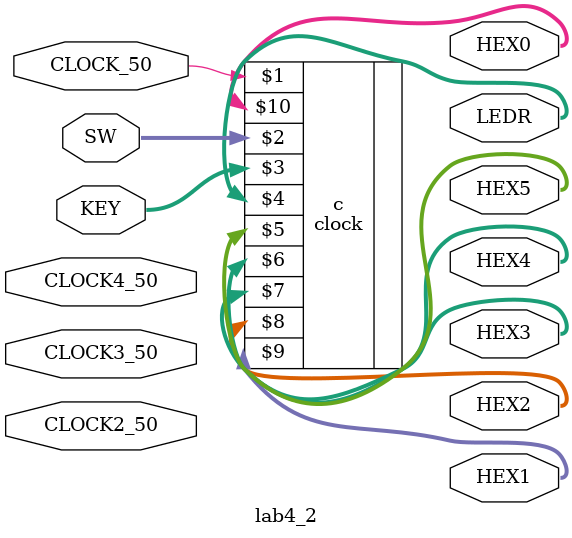
<source format=v>


module lab4_2(

	//////////// CLOCK //////////
	input 		          		CLOCK2_50,
	input 		          		CLOCK3_50,
	input 		          		CLOCK4_50,
	input 		          		CLOCK_50,

	//////////// KEY //////////
	input 		     [3:0]		KEY,

	//////////// SW //////////
	input 		     [9:0]		SW,

	//////////// LED //////////
	output		     [9:0]		LEDR,

	//////////// Seg7 //////////
	output		     [6:0]		HEX0,
	output		     [6:0]		HEX1,
	output		     [6:0]		HEX2,
	output		     [6:0]		HEX3,
	output		     [6:0]		HEX4,
	output		     [6:0]		HEX5
);



//=======================================================
//  REG/WIRE declarations
//=======================================================


clock c(CLOCK_50, SW, KEY, LEDR, 
	HEX5, HEX4, HEX3, HEX2, HEX1, HEX0);

//=======================================================
//  Structural coding
//=======================================================



endmodule

</source>
